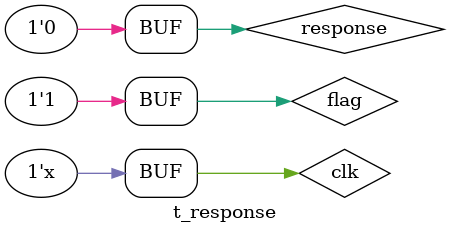
<source format=v>
`timescale 1ns / 1ps


module t_response;

	// Inputs
	reg flag;
	reg response;
	reg clk;

	// Outputs
	wire receive_state;

	// Instantiate the Unit Under Test (UUT)
	response uut (
		.flag(flag), 
		.response(response), 
		.clk(clk), 
		.receive_state(receive_state)
	);

	initial begin
		// Initialize Inputs
		flag = 1;
		response = 0;
		clk = 0;

		// Wait 100 ns for global reset to finish
		#100;
        
		// Add stimulus here

	end
	always
	#1 clk=!clk;
      
endmodule


</source>
